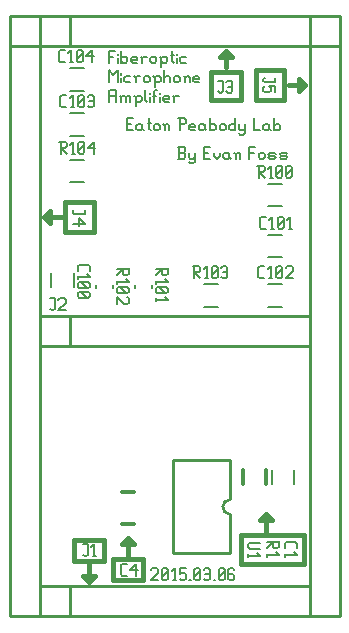
<source format=gbr>
G04 start of page 8 for group -4079 idx -4079 *
G04 Title: (unknown), topsilk *
G04 Creator: pcb 20140316 *
G04 CreationDate: Fri 08 May 2015 01:38:14 PM GMT UTC *
G04 For: fosse *
G04 Format: Gerber/RS-274X *
G04 PCB-Dimensions (mil): 1250.00 2150.00 *
G04 PCB-Coordinate-Origin: lower left *
%MOIN*%
%FSLAX25Y25*%
%LNTOPSILK*%
%ADD74C,0.0130*%
%ADD73C,0.0080*%
%ADD72C,0.0100*%
%ADD71C,0.0060*%
%ADD70C,0.0150*%
G54D70*X19000Y141500D02*X17000Y143500D01*
X19000Y145500D02*Y141500D01*
X17000Y143500D02*X19000Y145500D01*
X17000Y143500D02*X22500D01*
X24000Y148500D02*Y138500D01*
X33500D01*
Y148500D02*Y138500D01*
X24000Y148500D02*X33500D01*
X87500Y192500D02*X97000D01*
X87500D02*Y182500D01*
X97000D01*
X102000Y189500D02*X104000Y187500D01*
X102000Y189500D02*Y185500D01*
X104000Y187500D02*X102000Y185500D01*
X98500Y187500D02*X104000D01*
X97000Y192500D02*Y182500D01*
X75500Y197000D02*X77500Y199000D01*
X75500Y197000D02*X79500D01*
X72500Y192000D02*X82500D01*
X72500D02*Y182500D01*
X82500D01*
Y192000D02*Y182500D01*
X77500Y199000D02*X79500Y197000D01*
X77500Y199000D02*Y193500D01*
X89000Y42500D02*X91000Y44500D01*
X93000Y42500D02*X89000D01*
X91000Y44500D02*X93000Y42500D01*
X91000Y39000D02*Y44500D01*
X103500Y37500D02*X82500D01*
Y28000D02*Y37500D01*
X103500Y28000D02*X82500D01*
X103500Y37500D02*Y28000D01*
X34000Y24000D02*X32000Y22000D01*
X30000Y24000D02*X34000D01*
X32000Y22000D02*X30000Y24000D01*
X32000Y27500D02*Y22000D01*
X40000Y22500D02*Y29500D01*
X27000Y29000D02*X37000D01*
Y36000D02*Y29000D01*
X27000Y36000D02*X37000D01*
X27000D02*Y29000D01*
X43000Y34500D02*X45000Y36500D01*
X47000Y34500D02*X43000D01*
X50000Y29500D02*X40000D01*
X50000Y22500D02*X40000D01*
X50000Y29500D02*Y22500D01*
X45000Y36500D02*X47000Y34500D01*
X45000Y31000D02*Y36500D01*
G54D71*X44500Y174500D02*X46000D01*
X44500Y172500D02*X46500D01*
X44500Y176500D02*Y172500D01*
Y176500D02*X46500D01*
X49200Y174500D02*X49700Y174000D01*
X48200Y174500D02*X49200D01*
X47700Y174000D02*X48200Y174500D01*
X47700Y174000D02*Y173000D01*
X48200Y172500D01*
X49700Y174500D02*Y173000D01*
X50200Y172500D01*
X48200D02*X49200D01*
X49700Y173000D01*
X51900Y176500D02*Y173000D01*
X52400Y172500D01*
X51400Y175000D02*X52400D01*
X53400Y174000D02*Y173000D01*
Y174000D02*X53900Y174500D01*
X54900D01*
X55400Y174000D01*
Y173000D01*
X54900Y172500D02*X55400Y173000D01*
X53900Y172500D02*X54900D01*
X53400Y173000D02*X53900Y172500D01*
X57100Y174000D02*Y172500D01*
Y174000D02*X57600Y174500D01*
X58100D01*
X58600Y174000D01*
Y172500D01*
X56600Y174500D02*X57100Y174000D01*
X62100Y176500D02*Y172500D01*
X61600Y176500D02*X63600D01*
X64100Y176000D01*
Y175000D01*
X63600Y174500D02*X64100Y175000D01*
X62100Y174500D02*X63600D01*
X65800Y172500D02*X67300D01*
X65300Y173000D02*X65800Y172500D01*
X65300Y174000D02*Y173000D01*
Y174000D02*X65800Y174500D01*
X66800D01*
X67300Y174000D01*
X65300Y173500D02*X67300D01*
Y174000D02*Y173500D01*
X70000Y174500D02*X70500Y174000D01*
X69000Y174500D02*X70000D01*
X68500Y174000D02*X69000Y174500D01*
X68500Y174000D02*Y173000D01*
X69000Y172500D01*
X70500Y174500D02*Y173000D01*
X71000Y172500D01*
X69000D02*X70000D01*
X70500Y173000D01*
X72200Y176500D02*Y172500D01*
Y173000D02*X72700Y172500D01*
X73700D01*
X74200Y173000D01*
Y174000D02*Y173000D01*
X73700Y174500D02*X74200Y174000D01*
X72700Y174500D02*X73700D01*
X72200Y174000D02*X72700Y174500D01*
X75400Y174000D02*Y173000D01*
Y174000D02*X75900Y174500D01*
X76900D01*
X77400Y174000D01*
Y173000D01*
X76900Y172500D02*X77400Y173000D01*
X75900Y172500D02*X76900D01*
X75400Y173000D02*X75900Y172500D01*
X80600Y176500D02*Y172500D01*
X80100D02*X80600Y173000D01*
X79100Y172500D02*X80100D01*
X78600Y173000D02*X79100Y172500D01*
X78600Y174000D02*Y173000D01*
Y174000D02*X79100Y174500D01*
X80100D01*
X80600Y174000D01*
X81800Y174500D02*Y173000D01*
X82300Y172500D01*
X83800Y174500D02*Y171500D01*
X83300Y171000D02*X83800Y171500D01*
X82300Y171000D02*X83300D01*
X81800Y171500D02*X82300Y171000D01*
Y172500D02*X83300D01*
X83800Y173000D01*
X86800Y176500D02*Y172500D01*
X88800D01*
X91500Y174500D02*X92000Y174000D01*
X90500Y174500D02*X91500D01*
X90000Y174000D02*X90500Y174500D01*
X90000Y174000D02*Y173000D01*
X90500Y172500D01*
X92000Y174500D02*Y173000D01*
X92500Y172500D01*
X90500D02*X91500D01*
X92000Y173000D01*
X93700Y176500D02*Y172500D01*
Y173000D02*X94200Y172500D01*
X95200D01*
X95700Y173000D01*
Y174000D02*Y173000D01*
X95200Y174500D02*X95700Y174000D01*
X94200Y174500D02*X95200D01*
X93700Y174000D02*X94200Y174500D01*
X61500Y163000D02*X63500D01*
X64000Y163500D01*
Y164500D02*Y163500D01*
X63500Y165000D02*X64000Y164500D01*
X62000Y165000D02*X63500D01*
X62000Y167000D02*Y163000D01*
X61500Y167000D02*X63500D01*
X64000Y166500D01*
Y165500D01*
X63500Y165000D02*X64000Y165500D01*
X65200Y165000D02*Y163500D01*
X65700Y163000D01*
X67200Y165000D02*Y162000D01*
X66700Y161500D02*X67200Y162000D01*
X65700Y161500D02*X66700D01*
X65200Y162000D02*X65700Y161500D01*
Y163000D02*X66700D01*
X67200Y163500D01*
X70200Y165000D02*X71700D01*
X70200Y163000D02*X72200D01*
X70200Y167000D02*Y163000D01*
Y167000D02*X72200D01*
X73400Y165000D02*Y164000D01*
X74400Y163000D01*
X75400Y164000D01*
Y165000D02*Y164000D01*
X78100Y165000D02*X78600Y164500D01*
X77100Y165000D02*X78100D01*
X76600Y164500D02*X77100Y165000D01*
X76600Y164500D02*Y163500D01*
X77100Y163000D01*
X78600Y165000D02*Y163500D01*
X79100Y163000D01*
X77100D02*X78100D01*
X78600Y163500D01*
X80800Y164500D02*Y163000D01*
Y164500D02*X81300Y165000D01*
X81800D01*
X82300Y164500D01*
Y163000D01*
X80300Y165000D02*X80800Y164500D01*
X85300Y167000D02*Y163000D01*
Y167000D02*X87300D01*
X85300Y165000D02*X86800D01*
X88500Y164500D02*Y163500D01*
Y164500D02*X89000Y165000D01*
X90000D01*
X90500Y164500D01*
Y163500D01*
X90000Y163000D02*X90500Y163500D01*
X89000Y163000D02*X90000D01*
X88500Y163500D02*X89000Y163000D01*
X92200D02*X93700D01*
X94200Y163500D01*
X93700Y164000D02*X94200Y163500D01*
X92200Y164000D02*X93700D01*
X91700Y164500D02*X92200Y164000D01*
X91700Y164500D02*X92200Y165000D01*
X93700D01*
X94200Y164500D01*
X91700Y163500D02*X92200Y163000D01*
X95900D02*X97400D01*
X97900Y163500D01*
X97400Y164000D02*X97900Y163500D01*
X95900Y164000D02*X97400D01*
X95400Y164500D02*X95900Y164000D01*
X95400Y164500D02*X95900Y165000D01*
X97400D01*
X97900Y164500D01*
X95400Y163500D02*X95900Y163000D01*
X38500Y199000D02*Y195000D01*
Y199000D02*X40500D01*
X38500Y197000D02*X40000D01*
X41700Y198000D02*Y197500D01*
Y196500D02*Y195000D01*
X42700Y199000D02*Y195000D01*
Y195500D02*X43200Y195000D01*
X44200D01*
X44700Y195500D01*
Y196500D02*Y195500D01*
X44200Y197000D02*X44700Y196500D01*
X43200Y197000D02*X44200D01*
X42700Y196500D02*X43200Y197000D01*
X46400Y195000D02*X47900D01*
X45900Y195500D02*X46400Y195000D01*
X45900Y196500D02*Y195500D01*
Y196500D02*X46400Y197000D01*
X47400D01*
X47900Y196500D01*
X45900Y196000D02*X47900D01*
Y196500D02*Y196000D01*
X49600Y196500D02*Y195000D01*
Y196500D02*X50100Y197000D01*
X51100D01*
X49100D02*X49600Y196500D01*
X52300D02*Y195500D01*
Y196500D02*X52800Y197000D01*
X53800D01*
X54300Y196500D01*
Y195500D01*
X53800Y195000D02*X54300Y195500D01*
X52800Y195000D02*X53800D01*
X52300Y195500D02*X52800Y195000D01*
X56000Y196500D02*Y193500D01*
X55500Y197000D02*X56000Y196500D01*
X56500Y197000D01*
X57500D01*
X58000Y196500D01*
Y195500D01*
X57500Y195000D02*X58000Y195500D01*
X56500Y195000D02*X57500D01*
X56000Y195500D02*X56500Y195000D01*
X59700Y199000D02*Y195500D01*
X60200Y195000D01*
X59200Y197500D02*X60200D01*
X61200Y198000D02*Y197500D01*
Y196500D02*Y195000D01*
X62700Y197000D02*X64200D01*
X62200Y196500D02*X62700Y197000D01*
X62200Y196500D02*Y195500D01*
X62700Y195000D01*
X64200D01*
X38500Y192500D02*Y188500D01*
Y192500D02*X40000Y191000D01*
X41500Y192500D01*
Y188500D01*
X42700Y191500D02*Y191000D01*
Y190000D02*Y188500D01*
X44200Y190500D02*X45700D01*
X43700Y190000D02*X44200Y190500D01*
X43700Y190000D02*Y189000D01*
X44200Y188500D01*
X45700D01*
X47400Y190000D02*Y188500D01*
Y190000D02*X47900Y190500D01*
X48900D01*
X46900D02*X47400Y190000D01*
X50100D02*Y189000D01*
Y190000D02*X50600Y190500D01*
X51600D01*
X52100Y190000D01*
Y189000D01*
X51600Y188500D02*X52100Y189000D01*
X50600Y188500D02*X51600D01*
X50100Y189000D02*X50600Y188500D01*
X53800Y190000D02*Y187000D01*
X53300Y190500D02*X53800Y190000D01*
X54300Y190500D01*
X55300D01*
X55800Y190000D01*
Y189000D01*
X55300Y188500D02*X55800Y189000D01*
X54300Y188500D02*X55300D01*
X53800Y189000D02*X54300Y188500D01*
X57000Y192500D02*Y188500D01*
Y190000D02*X57500Y190500D01*
X58500D01*
X59000Y190000D01*
Y188500D01*
X60200Y190000D02*Y189000D01*
Y190000D02*X60700Y190500D01*
X61700D01*
X62200Y190000D01*
Y189000D01*
X61700Y188500D02*X62200Y189000D01*
X60700Y188500D02*X61700D01*
X60200Y189000D02*X60700Y188500D01*
X63900Y190000D02*Y188500D01*
Y190000D02*X64400Y190500D01*
X64900D01*
X65400Y190000D01*
Y188500D01*
X63400Y190500D02*X63900Y190000D01*
X67100Y188500D02*X68600D01*
X66600Y189000D02*X67100Y188500D01*
X66600Y190000D02*Y189000D01*
Y190000D02*X67100Y190500D01*
X68100D01*
X68600Y190000D01*
X66600Y189500D02*X68600D01*
Y190000D02*Y189500D01*
X38500Y185500D02*Y182000D01*
Y185500D02*X39000Y186000D01*
X40500D01*
X41000Y185500D01*
Y182000D01*
X38500Y184000D02*X41000D01*
X42700Y183500D02*Y182000D01*
Y183500D02*X43200Y184000D01*
X43700D01*
X44200Y183500D01*
Y182000D01*
Y183500D02*X44700Y184000D01*
X45200D01*
X45700Y183500D01*
Y182000D01*
X42200Y184000D02*X42700Y183500D01*
X47400D02*Y180500D01*
X46900Y184000D02*X47400Y183500D01*
X47900Y184000D01*
X48900D01*
X49400Y183500D01*
Y182500D01*
X48900Y182000D02*X49400Y182500D01*
X47900Y182000D02*X48900D01*
X47400Y182500D02*X47900Y182000D01*
X50600Y186000D02*Y182500D01*
X51100Y182000D01*
X52100Y185000D02*Y184500D01*
Y183500D02*Y182000D01*
X53600Y185500D02*Y182000D01*
Y185500D02*X54100Y186000D01*
X54600D01*
X53100Y184000D02*X54100D01*
X55600Y185000D02*Y184500D01*
Y183500D02*Y182000D01*
X57100D02*X58600D01*
X56600Y182500D02*X57100Y182000D01*
X56600Y183500D02*Y182500D01*
Y183500D02*X57100Y184000D01*
X58100D01*
X58600Y183500D01*
X56600Y183000D02*X58600D01*
Y183500D02*Y183000D01*
X60300Y183500D02*Y182000D01*
Y183500D02*X60800Y184000D01*
X61800D01*
X59800D02*X60300Y183500D01*
X52500Y26000D02*X53000Y26500D01*
X54500D01*
X55000Y26000D01*
Y25000D01*
X52500Y22500D02*X55000Y25000D01*
X52500Y22500D02*X55000D01*
X56200Y23000D02*X56700Y22500D01*
X56200Y26000D02*Y23000D01*
Y26000D02*X56700Y26500D01*
X57700D01*
X58200Y26000D01*
Y23000D01*
X57700Y22500D02*X58200Y23000D01*
X56700Y22500D02*X57700D01*
X56200Y23500D02*X58200Y25500D01*
X59900Y22500D02*X60900D01*
X60400Y26500D02*Y22500D01*
X59400Y25500D02*X60400Y26500D01*
X62100D02*X64100D01*
X62100D02*Y24500D01*
X62600Y25000D01*
X63600D01*
X64100Y24500D01*
Y23000D01*
X63600Y22500D02*X64100Y23000D01*
X62600Y22500D02*X63600D01*
X62100Y23000D02*X62600Y22500D01*
X65300D02*X65800D01*
X67000Y23000D02*X67500Y22500D01*
X67000Y26000D02*Y23000D01*
Y26000D02*X67500Y26500D01*
X68500D01*
X69000Y26000D01*
Y23000D01*
X68500Y22500D02*X69000Y23000D01*
X67500Y22500D02*X68500D01*
X67000Y23500D02*X69000Y25500D01*
X70200Y26000D02*X70700Y26500D01*
X71700D01*
X72200Y26000D01*
Y23000D01*
X71700Y22500D02*X72200Y23000D01*
X70700Y22500D02*X71700D01*
X70200Y23000D02*X70700Y22500D01*
Y24500D02*X72200D01*
X73400Y22500D02*X73900D01*
X75100Y23000D02*X75600Y22500D01*
X75100Y26000D02*Y23000D01*
Y26000D02*X75600Y26500D01*
X76600D01*
X77100Y26000D01*
Y23000D01*
X76600Y22500D02*X77100Y23000D01*
X75600Y22500D02*X76600D01*
X75100Y23500D02*X77100Y25500D01*
X79800Y26500D02*X80300Y26000D01*
X78800Y26500D02*X79800D01*
X78300Y26000D02*X78800Y26500D01*
X78300Y26000D02*Y23000D01*
X78800Y22500D01*
X79800Y24500D02*X80300Y24000D01*
X78300Y24500D02*X79800D01*
X78800Y22500D02*X79800D01*
X80300Y23000D01*
Y24000D02*Y23000D01*
G54D72*X5500Y210500D02*Y10500D01*
X15500D01*
Y210500D01*
X5500D01*
Y200500D02*X15500D01*
Y210500D01*
G54D73*X91638Y121240D02*X96362D01*
X91638Y113760D02*X96362D01*
X70138Y121240D02*X74862D01*
X70138Y113760D02*X74862D01*
G54D72*X15500Y100500D02*X105500D01*
Y110500D02*Y100500D01*
X15500Y110500D02*X105500D01*
X15500D02*Y100500D01*
X25500Y110500D02*Y100500D01*
X15500Y110500D02*X25500D01*
G54D73*X25638Y178240D02*X30362D01*
X25638Y170760D02*X30362D01*
X25638Y193240D02*X30362D01*
X25638Y185760D02*X30362D01*
X25638Y162740D02*X30362D01*
X25638Y155260D02*X30362D01*
G54D72*X15500Y200500D02*X105500D01*
Y210500D02*Y200500D01*
X15500Y210500D02*X105500D01*
X15500D02*Y200500D01*
X25500Y210500D02*Y200500D01*
X15500Y210500D02*X25500D01*
G54D73*X26740Y124957D02*Y120233D01*
X19260Y124957D02*Y120233D01*
X39755Y120893D02*Y120107D01*
X34245Y120893D02*Y120107D01*
X52755Y120893D02*Y120107D01*
X47245Y120893D02*Y120107D01*
X91638Y137740D02*X96362D01*
X91638Y130260D02*X96362D01*
G54D72*X105500Y210500D02*Y10500D01*
X115500D01*
Y210500D01*
X105500D01*
Y200500D02*X115500D01*
Y210500D01*
G54D73*X91638Y154740D02*X96362D01*
X91638Y147260D02*X96362D01*
G54D72*X15500Y10500D02*X105500D01*
Y20500D02*Y10500D01*
X15500Y20500D02*X105500D01*
X15500D02*Y10500D01*
X25500Y20500D02*Y10500D01*
X15500Y20500D02*X25500D01*
G54D73*X100240Y59362D02*Y54638D01*
X92760Y59362D02*Y54638D01*
G54D72*X79000Y44500D02*Y31500D01*
Y62500D02*Y49500D01*
X60000Y31500D02*X79000D01*
X60000Y62500D02*Y31500D01*
Y62500D02*X79000D01*
Y49500D02*G75*G03X79000Y44500I0J-2500D01*G01*
G54D74*X83260Y59371D02*Y54647D01*
X90740Y59371D02*Y54647D01*
X43032Y41436D02*X46968D01*
X43032Y52064D02*X46968D01*
G54D71*X45150Y126650D02*Y124650D01*
X44650Y124150D01*
X43650D02*X44650D01*
X43150Y124650D02*X43650Y124150D01*
X43150Y126150D02*Y124650D01*
X41150Y126150D02*X45150D01*
X43150D02*X41150Y124150D01*
Y122450D02*Y121450D01*
Y121950D02*X45150D01*
X44150Y122950D02*X45150Y121950D01*
X41650Y120250D02*X41150Y119750D01*
X41650Y120250D02*X44650D01*
X45150Y119750D01*
Y118750D01*
X44650Y118250D01*
X41650D02*X44650D01*
X41150Y118750D02*X41650Y118250D01*
X41150Y119750D02*Y118750D01*
X42150Y120250D02*X44150Y118250D01*
X44650Y117050D02*X45150Y116550D01*
Y115050D01*
X44650Y114550D01*
X43650D02*X44650D01*
X41150Y117050D02*X43650Y114550D01*
X41150Y117050D02*Y114550D01*
X19000Y116500D02*X20500D01*
Y113000D01*
X20000Y112500D02*X20500Y113000D01*
X19500Y112500D02*X20000D01*
X19000Y113000D02*X19500Y112500D01*
X21700Y116000D02*X22200Y116500D01*
X23700D01*
X24200Y116000D01*
Y115000D01*
X21700Y112500D02*X24200Y115000D01*
X21700Y112500D02*X24200D01*
X58150Y126650D02*Y124650D01*
X57650Y124150D01*
X56650D02*X57650D01*
X56150Y124650D02*X56650Y124150D01*
X56150Y126150D02*Y124650D01*
X54150Y126150D02*X58150D01*
X56150D02*X54150Y124150D01*
Y122450D02*Y121450D01*
Y121950D02*X58150D01*
X57150Y122950D02*X58150Y121950D01*
X54650Y120250D02*X54150Y119750D01*
X54650Y120250D02*X57650D01*
X58150Y119750D01*
Y118750D01*
X57650Y118250D01*
X54650D02*X57650D01*
X54150Y118750D02*X54650Y118250D01*
X54150Y119750D02*Y118750D01*
X55150Y120250D02*X57150Y118250D01*
X54150Y116550D02*Y115550D01*
Y116050D02*X58150D01*
X57150Y117050D02*X58150Y116050D01*
X43000Y24000D02*X44500D01*
X42500Y24500D02*X43000Y24000D01*
X42500Y27500D02*Y24500D01*
Y27500D02*X43000Y28000D01*
X44500D01*
X45700Y26000D02*X47700Y28000D01*
X45700Y26000D02*X48200D01*
X47700Y28000D02*Y24000D01*
X30500Y146000D02*Y144500D01*
X27000D02*X30500D01*
X26500Y145000D02*X27000Y144500D01*
X26500Y145500D02*Y145000D01*
X27000Y146000D02*X26500Y145500D01*
X28500Y143300D02*X30500Y141300D01*
X28500Y143300D02*Y140800D01*
X26500Y141300D02*X30500D01*
X30000Y34500D02*X31500D01*
Y31000D01*
X31000Y30500D02*X31500Y31000D01*
X30500Y30500D02*X31000D01*
X30000Y31000D02*X30500Y30500D01*
X33200D02*X34200D01*
X33700Y34500D02*Y30500D01*
X32700Y33500D02*X33700Y34500D01*
X95150Y35659D02*Y33659D01*
X94650Y33159D01*
X93650D02*X94650D01*
X93150Y33659D02*X93650Y33159D01*
X93150Y35159D02*Y33659D01*
X91150Y35159D02*X95150D01*
X93150D02*X91150Y33159D01*
Y31459D02*Y30459D01*
Y30959D02*X95150D01*
X94150Y31959D02*X95150Y30959D01*
X85500Y35000D02*X89000D01*
X85500D02*X85000Y34500D01*
Y33500D01*
X85500Y33000D01*
X89000D01*
X85000Y31300D02*Y30300D01*
Y30800D02*X89000D01*
X88000Y31800D02*X89000Y30800D01*
X97150Y34650D02*Y33150D01*
X97650Y35150D02*X97150Y34650D01*
X97650Y35150D02*X100650D01*
X101150Y34650D01*
Y33150D01*
X97150Y31450D02*Y30450D01*
Y30950D02*X101150D01*
X100150Y31950D02*X101150Y30950D01*
X28150Y127245D02*Y125745D01*
X28650Y127745D02*X28150Y127245D01*
X28650Y127745D02*X31650D01*
X32150Y127245D01*
Y125745D01*
X28150Y124045D02*Y123045D01*
Y123545D02*X32150D01*
X31150Y124545D02*X32150Y123545D01*
X28650Y121845D02*X28150Y121345D01*
X28650Y121845D02*X31650D01*
X32150Y121345D01*
Y120345D01*
X31650Y119845D01*
X28650D02*X31650D01*
X28150Y120345D02*X28650Y119845D01*
X28150Y121345D02*Y120345D01*
X29150Y121845D02*X31150Y119845D01*
X28650Y118645D02*X28150Y118145D01*
X28650Y118645D02*X31650D01*
X32150Y118145D01*
Y117145D01*
X31650Y116645D01*
X28650D02*X31650D01*
X28150Y117145D02*X28650Y116645D01*
X28150Y118145D02*Y117145D01*
X29150Y118645D02*X31150Y116645D01*
X88850Y123150D02*X90350D01*
X88350Y123650D02*X88850Y123150D01*
X88350Y126650D02*Y123650D01*
Y126650D02*X88850Y127150D01*
X90350D01*
X92050Y123150D02*X93050D01*
X92550Y127150D02*Y123150D01*
X91550Y126150D02*X92550Y127150D01*
X94250Y123650D02*X94750Y123150D01*
X94250Y126650D02*Y123650D01*
Y126650D02*X94750Y127150D01*
X95750D01*
X96250Y126650D01*
Y123650D01*
X95750Y123150D02*X96250Y123650D01*
X94750Y123150D02*X95750D01*
X94250Y124150D02*X96250Y126150D01*
X97450Y126650D02*X97950Y127150D01*
X99450D01*
X99950Y126650D01*
Y125650D01*
X97450Y123150D02*X99950Y125650D01*
X97450Y123150D02*X99950D01*
X66445Y127150D02*X68445D01*
X68945Y126650D01*
Y125650D01*
X68445Y125150D02*X68945Y125650D01*
X66945Y125150D02*X68445D01*
X66945Y127150D02*Y123150D01*
Y125150D02*X68945Y123150D01*
X70645D02*X71645D01*
X71145Y127150D02*Y123150D01*
X70145Y126150D02*X71145Y127150D01*
X72845Y123650D02*X73345Y123150D01*
X72845Y126650D02*Y123650D01*
Y126650D02*X73345Y127150D01*
X74345D01*
X74845Y126650D01*
Y123650D01*
X74345Y123150D02*X74845Y123650D01*
X73345Y123150D02*X74345D01*
X72845Y124150D02*X74845Y126150D01*
X76045Y126650D02*X76545Y127150D01*
X77545D01*
X78045Y126650D01*
Y123650D01*
X77545Y123150D02*X78045Y123650D01*
X76545Y123150D02*X77545D01*
X76045Y123650D02*X76545Y123150D01*
Y125150D02*X78045D01*
X89350Y139650D02*X90850D01*
X88850Y140150D02*X89350Y139650D01*
X88850Y143150D02*Y140150D01*
Y143150D02*X89350Y143650D01*
X90850D01*
X92550Y139650D02*X93550D01*
X93050Y143650D02*Y139650D01*
X92050Y142650D02*X93050Y143650D01*
X94750Y140150D02*X95250Y139650D01*
X94750Y143150D02*Y140150D01*
Y143150D02*X95250Y143650D01*
X96250D01*
X96750Y143150D01*
Y140150D01*
X96250Y139650D02*X96750Y140150D01*
X95250Y139650D02*X96250D01*
X94750Y140650D02*X96750Y142650D01*
X98450Y139650D02*X99450D01*
X98950Y143650D02*Y139650D01*
X97950Y142650D02*X98950Y143650D01*
X22850Y180150D02*X24350D01*
X22350Y180650D02*X22850Y180150D01*
X22350Y183650D02*Y180650D01*
Y183650D02*X22850Y184150D01*
X24350D01*
X26050Y180150D02*X27050D01*
X26550Y184150D02*Y180150D01*
X25550Y183150D02*X26550Y184150D01*
X28250Y180650D02*X28750Y180150D01*
X28250Y183650D02*Y180650D01*
Y183650D02*X28750Y184150D01*
X29750D01*
X30250Y183650D01*
Y180650D01*
X29750Y180150D02*X30250Y180650D01*
X28750Y180150D02*X29750D01*
X28250Y181150D02*X30250Y183150D01*
X31450Y183650D02*X31950Y184150D01*
X32950D01*
X33450Y183650D01*
Y180650D01*
X32950Y180150D02*X33450Y180650D01*
X31950Y180150D02*X32950D01*
X31450Y180650D02*X31950Y180150D01*
Y182150D02*X33450D01*
X22350Y195150D02*X23850D01*
X21850Y195650D02*X22350Y195150D01*
X21850Y198650D02*Y195650D01*
Y198650D02*X22350Y199150D01*
X23850D01*
X25550Y195150D02*X26550D01*
X26050Y199150D02*Y195150D01*
X25050Y198150D02*X26050Y199150D01*
X27750Y195650D02*X28250Y195150D01*
X27750Y198650D02*Y195650D01*
Y198650D02*X28250Y199150D01*
X29250D01*
X29750Y198650D01*
Y195650D01*
X29250Y195150D02*X29750Y195650D01*
X28250Y195150D02*X29250D01*
X27750Y196150D02*X29750Y198150D01*
X30950Y197150D02*X32950Y199150D01*
X30950Y197150D02*X33450D01*
X32950Y199150D02*Y195150D01*
X21945Y168650D02*X23945D01*
X24445Y168150D01*
Y167150D01*
X23945Y166650D02*X24445Y167150D01*
X22445Y166650D02*X23945D01*
X22445Y168650D02*Y164650D01*
Y166650D02*X24445Y164650D01*
X26145D02*X27145D01*
X26645Y168650D02*Y164650D01*
X25645Y167650D02*X26645Y168650D01*
X28345Y165150D02*X28845Y164650D01*
X28345Y168150D02*Y165150D01*
Y168150D02*X28845Y168650D01*
X29845D01*
X30345Y168150D01*
Y165150D01*
X29845Y164650D02*X30345Y165150D01*
X28845Y164650D02*X29845D01*
X28345Y165650D02*X30345Y167650D01*
X31545Y166650D02*X33545Y168650D01*
X31545Y166650D02*X34045D01*
X33545Y168650D02*Y164650D01*
X87945Y160650D02*X89945D01*
X90445Y160150D01*
Y159150D01*
X89945Y158650D02*X90445Y159150D01*
X88445Y158650D02*X89945D01*
X88445Y160650D02*Y156650D01*
Y158650D02*X90445Y156650D01*
X92145D02*X93145D01*
X92645Y160650D02*Y156650D01*
X91645Y159650D02*X92645Y160650D01*
X94345Y157150D02*X94845Y156650D01*
X94345Y160150D02*Y157150D01*
Y160150D02*X94845Y160650D01*
X95845D01*
X96345Y160150D01*
Y157150D01*
X95845Y156650D02*X96345Y157150D01*
X94845Y156650D02*X95845D01*
X94345Y157650D02*X96345Y159650D01*
X97545Y157150D02*X98045Y156650D01*
X97545Y160150D02*Y157150D01*
Y160150D02*X98045Y160650D01*
X99045D01*
X99545Y160150D01*
Y157150D01*
X99045Y156650D02*X99545Y157150D01*
X98045Y156650D02*X99045D01*
X97545Y157650D02*X99545Y159650D01*
X94000Y190000D02*Y188500D01*
X90500D02*X94000D01*
X90000Y189000D02*X90500Y188500D01*
X90000Y189500D02*Y189000D01*
X90500Y190000D02*X90000Y189500D01*
X94000Y187300D02*Y185300D01*
X92000Y187300D02*X94000D01*
X92000D02*X92500Y186800D01*
Y185800D01*
X92000Y185300D01*
X90500D02*X92000D01*
X90000Y185800D02*X90500Y185300D01*
X90000Y186800D02*Y185800D01*
X90500Y187300D02*X90000Y186800D01*
X75000Y189000D02*X76500D01*
Y185500D01*
X76000Y185000D02*X76500Y185500D01*
X75500Y185000D02*X76000D01*
X75000Y185500D02*X75500Y185000D01*
X77700Y188500D02*X78200Y189000D01*
X79200D01*
X79700Y188500D01*
Y185500D01*
X79200Y185000D02*X79700Y185500D01*
X78200Y185000D02*X79200D01*
X77700Y185500D02*X78200Y185000D01*
Y187000D02*X79700D01*
M02*

</source>
